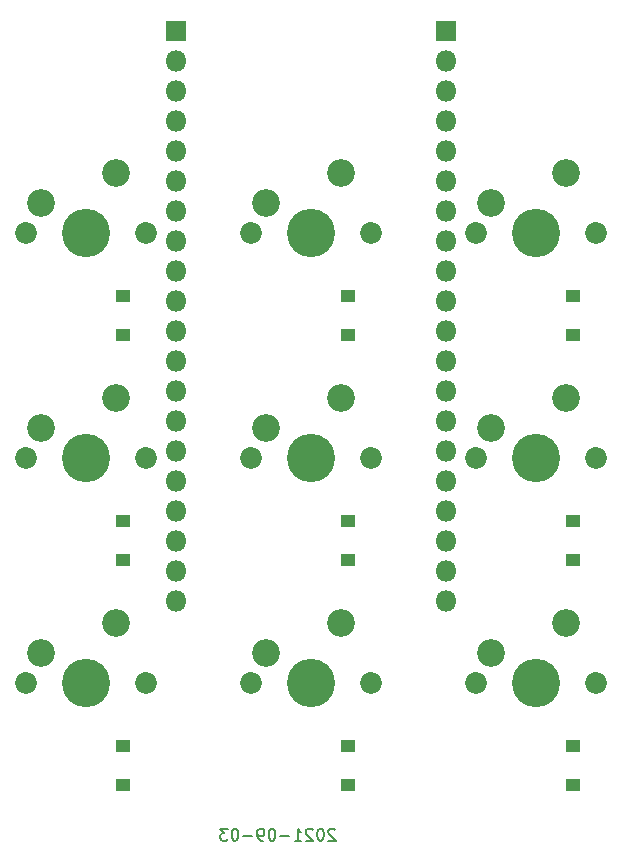
<source format=gbr>
%TF.GenerationSoftware,KiCad,Pcbnew,(5.1.6)-1*%
%TF.CreationDate,2021-09-03T02:09:39-07:00*%
%TF.ProjectId,Rocketboard-9E,526f636b-6574-4626-9f61-72642d39452e,1.0*%
%TF.SameCoordinates,Original*%
%TF.FileFunction,Soldermask,Bot*%
%TF.FilePolarity,Negative*%
%FSLAX46Y46*%
G04 Gerber Fmt 4.6, Leading zero omitted, Abs format (unit mm)*
G04 Created by KiCad (PCBNEW (5.1.6)-1) date 2021-09-03 02:09:39*
%MOMM*%
%LPD*%
G01*
G04 APERTURE LIST*
%ADD10C,0.150000*%
%ADD11C,2.350000*%
%ADD12C,4.087800*%
%ADD13C,1.850000*%
%ADD14O,1.800000X1.800000*%
%ADD15R,1.800000X1.800000*%
%ADD16R,1.300000X1.000000*%
G04 APERTURE END LIST*
%TO.C,REF\u002A\u002A*%
D10*
X134457142Y-127322619D02*
X134409523Y-127275000D01*
X134314285Y-127227380D01*
X134076190Y-127227380D01*
X133980952Y-127275000D01*
X133933333Y-127322619D01*
X133885714Y-127417857D01*
X133885714Y-127513095D01*
X133933333Y-127655952D01*
X134504761Y-128227380D01*
X133885714Y-128227380D01*
X133266666Y-127227380D02*
X133171428Y-127227380D01*
X133076190Y-127275000D01*
X133028571Y-127322619D01*
X132980952Y-127417857D01*
X132933333Y-127608333D01*
X132933333Y-127846428D01*
X132980952Y-128036904D01*
X133028571Y-128132142D01*
X133076190Y-128179761D01*
X133171428Y-128227380D01*
X133266666Y-128227380D01*
X133361904Y-128179761D01*
X133409523Y-128132142D01*
X133457142Y-128036904D01*
X133504761Y-127846428D01*
X133504761Y-127608333D01*
X133457142Y-127417857D01*
X133409523Y-127322619D01*
X133361904Y-127275000D01*
X133266666Y-127227380D01*
X132552380Y-127322619D02*
X132504761Y-127275000D01*
X132409523Y-127227380D01*
X132171428Y-127227380D01*
X132076190Y-127275000D01*
X132028571Y-127322619D01*
X131980952Y-127417857D01*
X131980952Y-127513095D01*
X132028571Y-127655952D01*
X132600000Y-128227380D01*
X131980952Y-128227380D01*
X131028571Y-128227380D02*
X131600000Y-128227380D01*
X131314285Y-128227380D02*
X131314285Y-127227380D01*
X131409523Y-127370238D01*
X131504761Y-127465476D01*
X131600000Y-127513095D01*
X130600000Y-127846428D02*
X129838095Y-127846428D01*
X129171428Y-127227380D02*
X129076190Y-127227380D01*
X128980952Y-127275000D01*
X128933333Y-127322619D01*
X128885714Y-127417857D01*
X128838095Y-127608333D01*
X128838095Y-127846428D01*
X128885714Y-128036904D01*
X128933333Y-128132142D01*
X128980952Y-128179761D01*
X129076190Y-128227380D01*
X129171428Y-128227380D01*
X129266666Y-128179761D01*
X129314285Y-128132142D01*
X129361904Y-128036904D01*
X129409523Y-127846428D01*
X129409523Y-127608333D01*
X129361904Y-127417857D01*
X129314285Y-127322619D01*
X129266666Y-127275000D01*
X129171428Y-127227380D01*
X128361904Y-128227380D02*
X128171428Y-128227380D01*
X128076190Y-128179761D01*
X128028571Y-128132142D01*
X127933333Y-127989285D01*
X127885714Y-127798809D01*
X127885714Y-127417857D01*
X127933333Y-127322619D01*
X127980952Y-127275000D01*
X128076190Y-127227380D01*
X128266666Y-127227380D01*
X128361904Y-127275000D01*
X128409523Y-127322619D01*
X128457142Y-127417857D01*
X128457142Y-127655952D01*
X128409523Y-127751190D01*
X128361904Y-127798809D01*
X128266666Y-127846428D01*
X128076190Y-127846428D01*
X127980952Y-127798809D01*
X127933333Y-127751190D01*
X127885714Y-127655952D01*
X127457142Y-127846428D02*
X126695238Y-127846428D01*
X126028571Y-127227380D02*
X125933333Y-127227380D01*
X125838095Y-127275000D01*
X125790476Y-127322619D01*
X125742857Y-127417857D01*
X125695238Y-127608333D01*
X125695238Y-127846428D01*
X125742857Y-128036904D01*
X125790476Y-128132142D01*
X125838095Y-128179761D01*
X125933333Y-128227380D01*
X126028571Y-128227380D01*
X126123809Y-128179761D01*
X126171428Y-128132142D01*
X126219047Y-128036904D01*
X126266666Y-127846428D01*
X126266666Y-127608333D01*
X126219047Y-127417857D01*
X126171428Y-127322619D01*
X126123809Y-127275000D01*
X126028571Y-127227380D01*
X125361904Y-127227380D02*
X124742857Y-127227380D01*
X125076190Y-127608333D01*
X124933333Y-127608333D01*
X124838095Y-127655952D01*
X124790476Y-127703571D01*
X124742857Y-127798809D01*
X124742857Y-128036904D01*
X124790476Y-128132142D01*
X124838095Y-128179761D01*
X124933333Y-128227380D01*
X125219047Y-128227380D01*
X125314285Y-128179761D01*
X125361904Y-128132142D01*
%TD*%
D11*
%TO.C,MX9*%
X153990000Y-109770000D03*
D12*
X151450000Y-114850000D03*
D11*
X147640000Y-112310000D03*
D13*
X146370000Y-114850000D03*
X156530000Y-114850000D03*
%TD*%
D11*
%TO.C,MX8*%
X134940000Y-109770000D03*
D12*
X132400000Y-114850000D03*
D11*
X128590000Y-112310000D03*
D13*
X127320000Y-114850000D03*
X137480000Y-114850000D03*
%TD*%
D11*
%TO.C,MX7*%
X115890000Y-109770000D03*
D12*
X113350000Y-114850000D03*
D11*
X109540000Y-112310000D03*
D13*
X108270000Y-114850000D03*
X118430000Y-114850000D03*
%TD*%
D11*
%TO.C,MX6*%
X153990000Y-90720000D03*
D12*
X151450000Y-95800000D03*
D11*
X147640000Y-93260000D03*
D13*
X146370000Y-95800000D03*
X156530000Y-95800000D03*
%TD*%
D11*
%TO.C,MX5*%
X134940000Y-90720000D03*
D12*
X132400000Y-95800000D03*
D11*
X128590000Y-93260000D03*
D13*
X127320000Y-95800000D03*
X137480000Y-95800000D03*
%TD*%
D11*
%TO.C,MX4*%
X115890000Y-90720000D03*
D12*
X113350000Y-95800000D03*
D11*
X109540000Y-93260000D03*
D13*
X108270000Y-95800000D03*
X118430000Y-95800000D03*
%TD*%
D11*
%TO.C,MX3*%
X153990000Y-71670000D03*
D12*
X151450000Y-76750000D03*
D11*
X147640000Y-74210000D03*
D13*
X146370000Y-76750000D03*
X156530000Y-76750000D03*
%TD*%
D11*
%TO.C,MX2*%
X134940000Y-71670000D03*
D12*
X132400000Y-76750000D03*
D11*
X128590000Y-74210000D03*
D13*
X127320000Y-76750000D03*
X137480000Y-76750000D03*
%TD*%
%TO.C,MX1*%
X118430000Y-76750000D03*
X108270000Y-76750000D03*
D11*
X109540000Y-74210000D03*
D12*
X113350000Y-76750000D03*
D11*
X115890000Y-71670000D03*
%TD*%
D14*
%TO.C,J2*%
X120970000Y-107930000D03*
X120970000Y-105390000D03*
X120970000Y-102850000D03*
X120970000Y-100310000D03*
X120970000Y-97770000D03*
X120970000Y-95230000D03*
X120970000Y-92690000D03*
X120970000Y-90150000D03*
X120970000Y-87610000D03*
X120970000Y-85070000D03*
X120970000Y-82530000D03*
X120970000Y-79990000D03*
X120970000Y-77450000D03*
X120970000Y-74910000D03*
X120970000Y-72370000D03*
X120970000Y-69830000D03*
X120970000Y-67290000D03*
X120970000Y-64750000D03*
X120970000Y-62210000D03*
D15*
X120970000Y-59670000D03*
%TD*%
D14*
%TO.C,J1*%
X143830000Y-107930000D03*
X143830000Y-105390000D03*
X143830000Y-102850000D03*
X143830000Y-100310000D03*
X143830000Y-97770000D03*
X143830000Y-95230000D03*
X143830000Y-92690000D03*
X143830000Y-90150000D03*
X143830000Y-87610000D03*
X143830000Y-85070000D03*
X143830000Y-82530000D03*
X143830000Y-79990000D03*
X143830000Y-77450000D03*
X143830000Y-74910000D03*
X143830000Y-72370000D03*
X143830000Y-69830000D03*
X143830000Y-67290000D03*
X143830000Y-64750000D03*
X143830000Y-62210000D03*
D15*
X143830000Y-59670000D03*
%TD*%
D16*
%TO.C,D9*%
X154600000Y-120250000D03*
X154600000Y-123550000D03*
%TD*%
%TO.C,D8*%
X135550000Y-120250000D03*
X135550000Y-123550000D03*
%TD*%
%TO.C,D7*%
X116500000Y-120250000D03*
X116500000Y-123550000D03*
%TD*%
%TO.C,D6*%
X154600000Y-101200000D03*
X154600000Y-104500000D03*
%TD*%
%TO.C,D5*%
X135550000Y-101200000D03*
X135550000Y-104500000D03*
%TD*%
%TO.C,D4*%
X116500000Y-101200000D03*
X116500000Y-104500000D03*
%TD*%
%TO.C,D3*%
X154600000Y-82150000D03*
X154600000Y-85450000D03*
%TD*%
%TO.C,D2*%
X135550000Y-82150000D03*
X135550000Y-85450000D03*
%TD*%
%TO.C,D1*%
X116500000Y-82150000D03*
X116500000Y-85450000D03*
%TD*%
M02*

</source>
